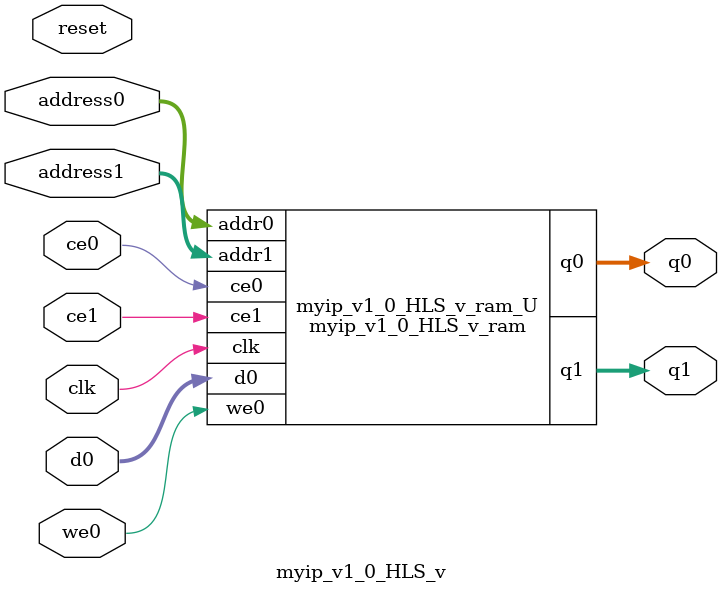
<source format=v>
`timescale 1 ns / 1 ps
module myip_v1_0_HLS_v_ram (addr0, ce0, d0, we0, q0, addr1, ce1, q1,  clk);

parameter DWIDTH = 32;
parameter AWIDTH = 8;
parameter MEM_SIZE = 172;

input[AWIDTH-1:0] addr0;
input ce0;
input[DWIDTH-1:0] d0;
input we0;
output reg[DWIDTH-1:0] q0;
input[AWIDTH-1:0] addr1;
input ce1;
output reg[DWIDTH-1:0] q1;
input clk;

(* ram_style = "block" *)reg [DWIDTH-1:0] ram[0:MEM_SIZE-1];




always @(posedge clk)  
begin 
    if (ce0) begin
        if (we0) 
            ram[addr0] <= d0; 
        q0 <= ram[addr0];
    end
end


always @(posedge clk)  
begin 
    if (ce1) begin
        q1 <= ram[addr1];
    end
end


endmodule

`timescale 1 ns / 1 ps
module myip_v1_0_HLS_v(
    reset,
    clk,
    address0,
    ce0,
    we0,
    d0,
    q0,
    address1,
    ce1,
    q1);

parameter DataWidth = 32'd32;
parameter AddressRange = 32'd172;
parameter AddressWidth = 32'd8;
input reset;
input clk;
input[AddressWidth - 1:0] address0;
input ce0;
input we0;
input[DataWidth - 1:0] d0;
output[DataWidth - 1:0] q0;
input[AddressWidth - 1:0] address1;
input ce1;
output[DataWidth - 1:0] q1;



myip_v1_0_HLS_v_ram myip_v1_0_HLS_v_ram_U(
    .clk( clk ),
    .addr0( address0 ),
    .ce0( ce0 ),
    .we0( we0 ),
    .d0( d0 ),
    .q0( q0 ),
    .addr1( address1 ),
    .ce1( ce1 ),
    .q1( q1 ));

endmodule


</source>
